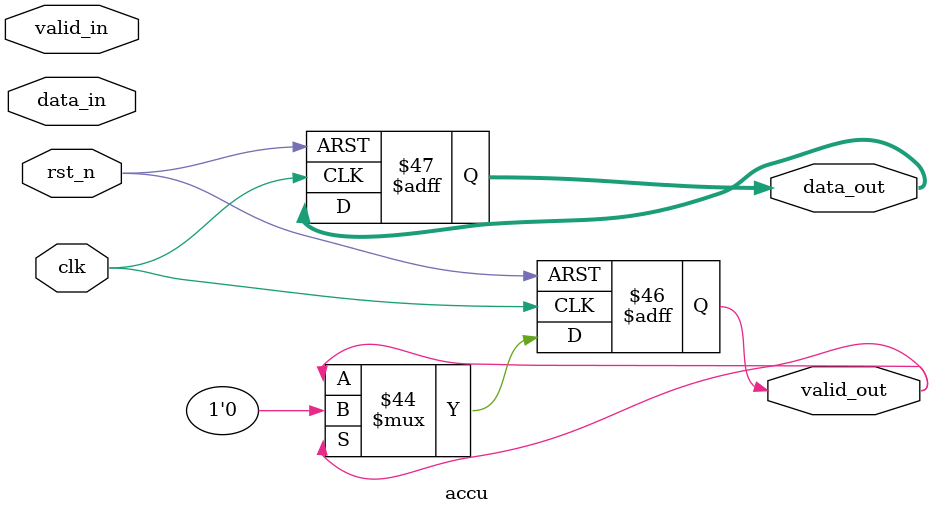
<source format=v>
module accu(
    input               clk         ,   
    input               rst_n       ,
    input       [7:0]   data_in     ,
    input               valid_in     ,
 
    output  reg         valid_out     ,
    output  reg [9:0]   data_out
);
    // Internal signals and variables
    reg [7:0] data_reg [3:0]; // Register to hold the last 4 data_in values
    reg [9:0] sum;            // 10-bit register to hold the sum of the last 4 data_in values
    reg [1:0] count;          // Counter to keep track of the number of valid inputs received

    // Initialize internal registers
    initial begin
        count <= 0;
        sum <= 0;
        valid_out <= 0;
    end

    // Synchronous reset and clock process
    always @(posedge clk or negedge rst_n) begin
        if (!rst_n) begin
            count <= 0;
            sum <= 0;
            valid_out <= 0;
            data_out <= 0;
            data_reg[0] <= 0;
            data_reg[1] <= 0;
            data_reg[2] <= 0;
            data_reg[3] <= 0;
        end else begin
            // Shift data into the register array
            if (valid_in) begin
                data_reg[3] <= data_reg[2];
                data_reg[2] <= data_reg[1];
                data_reg[1] <= data_reg[0];
                data_reg[0] <= data_in;
                count <= count + 1;
            end

            // Calculate the sum of the last 4 valid inputs
            if (count == 4) begin
                sum <= data_reg[0] + data_reg[1] + data_reg[2] + data_reg[3];
                valid_out <= 1;
                data_out <= sum;
                count <= 0; // Reset the counter after outputting the sum
            end else if (count == 1) begin
                sum <= data_reg[0];
            end else if (count == 2) begin
                sum <= sum + data_reg[1];
            end else if (count == 3) begin
                sum <= sum + data_reg[2];
            end

            // Deassert valid_out after one cycle
            if (valid_out) begin
                valid_out <= 0;
            end
        end
    end
endmodule
</source>
